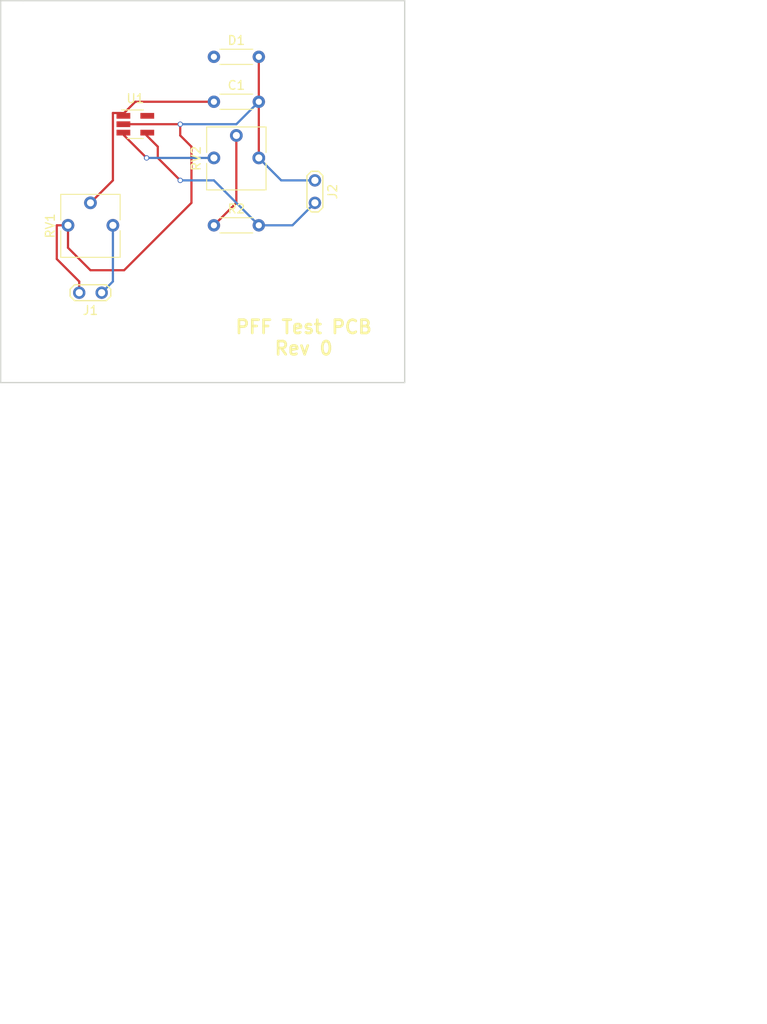
<source format=kicad_pcb>
(kicad_pcb (version 4) (host pcbnew 4.0.6)

  (general
    (links 13)
    (no_connects 0)
    (area 130.734999 78.664999 176.605001 121.995001)
    (thickness 1.6)
    (drawings 9)
    (tracks 43)
    (zones 0)
    (modules 8)
    (nets 9)
  )

  (page A4)
  (layers
    (0 F.Cu signal)
    (31 B.Cu signal)
    (32 B.Adhes user)
    (33 F.Adhes user)
    (34 B.Paste user)
    (35 F.Paste user)
    (36 B.SilkS user)
    (37 F.SilkS user)
    (38 B.Mask user)
    (39 F.Mask user)
    (40 Dwgs.User user)
    (41 Cmts.User user)
    (42 Eco1.User user)
    (43 Eco2.User user)
    (44 Edge.Cuts user)
    (45 Margin user)
    (46 B.CrtYd user)
    (47 F.CrtYd user)
    (48 B.Fab user)
    (49 F.Fab user)
  )

  (setup
    (last_trace_width 0.25)
    (trace_clearance 0.2)
    (zone_clearance 0.508)
    (zone_45_only no)
    (trace_min 0.2)
    (segment_width 0.2)
    (edge_width 0.15)
    (via_size 0.6)
    (via_drill 0.4)
    (via_min_size 0.4)
    (via_min_drill 0.3)
    (uvia_size 0.3)
    (uvia_drill 0.1)
    (uvias_allowed no)
    (uvia_min_size 0.2)
    (uvia_min_drill 0.1)
    (pcb_text_width 0.3)
    (pcb_text_size 1.5 1.5)
    (mod_edge_width 0.15)
    (mod_text_size 1 1)
    (mod_text_width 0.15)
    (pad_size 1.524 1.524)
    (pad_drill 0.762)
    (pad_to_mask_clearance 0.2)
    (aux_axis_origin 0 0)
    (visible_elements FFFFFF7F)
    (pcbplotparams
      (layerselection 0x00030_80000001)
      (usegerberextensions false)
      (excludeedgelayer true)
      (linewidth 0.100000)
      (plotframeref false)
      (viasonmask false)
      (mode 1)
      (useauxorigin false)
      (hpglpennumber 1)
      (hpglpenspeed 20)
      (hpglpendiameter 15)
      (hpglpenoverlay 2)
      (psnegative false)
      (psa4output false)
      (plotreference true)
      (plotvalue true)
      (plotinvisibletext false)
      (padsonsilk false)
      (subtractmaskfromsilk false)
      (outputformat 1)
      (mirror false)
      (drillshape 1)
      (scaleselection 1)
      (outputdirectory ""))
  )

  (net 0 "")
  (net 1 "Net-(C1-Pad1)")
  (net 2 GND)
  (net 3 "Net-(D1-Pad1)")
  (net 4 "Net-(R2-Pad1)")
  (net 5 Input)
  (net 6 "Net-(RV2-Pad3)")
  (net 7 +5V)
  (net 8 /VOUT)

  (net_class Default "This is the default net class."
    (clearance 0.2)
    (trace_width 0.25)
    (via_dia 0.6)
    (via_drill 0.4)
    (uvia_dia 0.3)
    (uvia_drill 0.1)
    (add_net +5V)
    (add_net /VOUT)
    (add_net GND)
    (add_net Input)
    (add_net "Net-(C1-Pad1)")
    (add_net "Net-(D1-Pad1)")
    (add_net "Net-(R2-Pad1)")
    (add_net "Net-(RV2-Pad3)")
  )

  (module Resistors_THT:R_Axial_DIN0204_L3.6mm_D1.6mm_P5.08mm_Horizontal (layer F.Cu) (tedit 5874F706) (tstamp 58DB36AF)
    (at 154.94 90.17)
    (descr "Resistor, Axial_DIN0204 series, Axial, Horizontal, pin pitch=5.08mm, 0.16666666666666666W = 1/6W, length*diameter=3.6*1.6mm^2, http://cdn-reichelt.de/documents/datenblatt/B400/1_4W%23YAG.pdf")
    (tags "Resistor Axial_DIN0204 series Axial Horizontal pin pitch 5.08mm 0.16666666666666666W = 1/6W length 3.6mm diameter 1.6mm")
    (path /58DB394C)
    (fp_text reference C1 (at 2.54 -1.86) (layer F.SilkS)
      (effects (font (size 1 1) (thickness 0.15)))
    )
    (fp_text value 0.1uF (at 2.54 1.86) (layer F.Fab)
      (effects (font (size 1 1) (thickness 0.15)))
    )
    (fp_line (start 0.74 -0.8) (end 0.74 0.8) (layer F.Fab) (width 0.1))
    (fp_line (start 0.74 0.8) (end 4.34 0.8) (layer F.Fab) (width 0.1))
    (fp_line (start 4.34 0.8) (end 4.34 -0.8) (layer F.Fab) (width 0.1))
    (fp_line (start 4.34 -0.8) (end 0.74 -0.8) (layer F.Fab) (width 0.1))
    (fp_line (start 0 0) (end 0.74 0) (layer F.Fab) (width 0.1))
    (fp_line (start 5.08 0) (end 4.34 0) (layer F.Fab) (width 0.1))
    (fp_line (start 0.68 -0.86) (end 4.4 -0.86) (layer F.SilkS) (width 0.12))
    (fp_line (start 0.68 0.86) (end 4.4 0.86) (layer F.SilkS) (width 0.12))
    (fp_line (start -0.95 -1.15) (end -0.95 1.15) (layer F.CrtYd) (width 0.05))
    (fp_line (start -0.95 1.15) (end 6.05 1.15) (layer F.CrtYd) (width 0.05))
    (fp_line (start 6.05 1.15) (end 6.05 -1.15) (layer F.CrtYd) (width 0.05))
    (fp_line (start 6.05 -1.15) (end -0.95 -1.15) (layer F.CrtYd) (width 0.05))
    (pad 1 thru_hole circle (at 0 0) (size 1.4 1.4) (drill 0.7) (layers *.Cu *.Mask)
      (net 1 "Net-(C1-Pad1)"))
    (pad 2 thru_hole oval (at 5.08 0) (size 1.4 1.4) (drill 0.7) (layers *.Cu *.Mask)
      (net 2 GND))
    (model Resistors_THT.3dshapes/R_Axial_DIN0204_L3.6mm_D1.6mm_P5.08mm_Horizontal.wrl
      (at (xyz 0 0 0))
      (scale (xyz 0.393701 0.393701 0.393701))
      (rotate (xyz 0 0 0))
    )
  )

  (module Resistors_THT:R_Axial_DIN0204_L3.6mm_D1.6mm_P5.08mm_Horizontal (layer F.Cu) (tedit 5874F706) (tstamp 58DB36C1)
    (at 154.94 85.09)
    (descr "Resistor, Axial_DIN0204 series, Axial, Horizontal, pin pitch=5.08mm, 0.16666666666666666W = 1/6W, length*diameter=3.6*1.6mm^2, http://cdn-reichelt.de/documents/datenblatt/B400/1_4W%23YAG.pdf")
    (tags "Resistor Axial_DIN0204 series Axial Horizontal pin pitch 5.08mm 0.16666666666666666W = 1/6W length 3.6mm diameter 1.6mm")
    (path /58DB138D)
    (fp_text reference D1 (at 2.54 -1.86) (layer F.SilkS)
      (effects (font (size 1 1) (thickness 0.15)))
    )
    (fp_text value 2.1V (at 2.54 1.86) (layer F.Fab)
      (effects (font (size 1 1) (thickness 0.15)))
    )
    (fp_line (start 0.74 -0.8) (end 0.74 0.8) (layer F.Fab) (width 0.1))
    (fp_line (start 0.74 0.8) (end 4.34 0.8) (layer F.Fab) (width 0.1))
    (fp_line (start 4.34 0.8) (end 4.34 -0.8) (layer F.Fab) (width 0.1))
    (fp_line (start 4.34 -0.8) (end 0.74 -0.8) (layer F.Fab) (width 0.1))
    (fp_line (start 0 0) (end 0.74 0) (layer F.Fab) (width 0.1))
    (fp_line (start 5.08 0) (end 4.34 0) (layer F.Fab) (width 0.1))
    (fp_line (start 0.68 -0.86) (end 4.4 -0.86) (layer F.SilkS) (width 0.12))
    (fp_line (start 0.68 0.86) (end 4.4 0.86) (layer F.SilkS) (width 0.12))
    (fp_line (start -0.95 -1.15) (end -0.95 1.15) (layer F.CrtYd) (width 0.05))
    (fp_line (start -0.95 1.15) (end 6.05 1.15) (layer F.CrtYd) (width 0.05))
    (fp_line (start 6.05 1.15) (end 6.05 -1.15) (layer F.CrtYd) (width 0.05))
    (fp_line (start 6.05 -1.15) (end -0.95 -1.15) (layer F.CrtYd) (width 0.05))
    (pad 1 thru_hole circle (at 0 0) (size 1.4 1.4) (drill 0.7) (layers *.Cu *.Mask)
      (net 3 "Net-(D1-Pad1)"))
    (pad 2 thru_hole oval (at 5.08 0) (size 1.4 1.4) (drill 0.7) (layers *.Cu *.Mask)
      (net 2 GND))
    (model Resistors_THT.3dshapes/R_Axial_DIN0204_L3.6mm_D1.6mm_P5.08mm_Horizontal.wrl
      (at (xyz 0 0 0))
      (scale (xyz 0.393701 0.393701 0.393701))
      (rotate (xyz 0 0 0))
    )
  )

  (module Resistors_THT:R_Axial_DIN0204_L3.6mm_D1.6mm_P5.08mm_Horizontal (layer F.Cu) (tedit 5874F706) (tstamp 58DB36D3)
    (at 154.94 104.14)
    (descr "Resistor, Axial_DIN0204 series, Axial, Horizontal, pin pitch=5.08mm, 0.16666666666666666W = 1/6W, length*diameter=3.6*1.6mm^2, http://cdn-reichelt.de/documents/datenblatt/B400/1_4W%23YAG.pdf")
    (tags "Resistor Axial_DIN0204 series Axial Horizontal pin pitch 5.08mm 0.16666666666666666W = 1/6W length 3.6mm diameter 1.6mm")
    (path /58DB15D3)
    (fp_text reference R2 (at 2.54 -1.86) (layer F.SilkS)
      (effects (font (size 1 1) (thickness 0.15)))
    )
    (fp_text value 15k (at 2.54 1.86) (layer F.Fab)
      (effects (font (size 1 1) (thickness 0.15)))
    )
    (fp_line (start 0.74 -0.8) (end 0.74 0.8) (layer F.Fab) (width 0.1))
    (fp_line (start 0.74 0.8) (end 4.34 0.8) (layer F.Fab) (width 0.1))
    (fp_line (start 4.34 0.8) (end 4.34 -0.8) (layer F.Fab) (width 0.1))
    (fp_line (start 4.34 -0.8) (end 0.74 -0.8) (layer F.Fab) (width 0.1))
    (fp_line (start 0 0) (end 0.74 0) (layer F.Fab) (width 0.1))
    (fp_line (start 5.08 0) (end 4.34 0) (layer F.Fab) (width 0.1))
    (fp_line (start 0.68 -0.86) (end 4.4 -0.86) (layer F.SilkS) (width 0.12))
    (fp_line (start 0.68 0.86) (end 4.4 0.86) (layer F.SilkS) (width 0.12))
    (fp_line (start -0.95 -1.15) (end -0.95 1.15) (layer F.CrtYd) (width 0.05))
    (fp_line (start -0.95 1.15) (end 6.05 1.15) (layer F.CrtYd) (width 0.05))
    (fp_line (start 6.05 1.15) (end 6.05 -1.15) (layer F.CrtYd) (width 0.05))
    (fp_line (start 6.05 -1.15) (end -0.95 -1.15) (layer F.CrtYd) (width 0.05))
    (pad 1 thru_hole circle (at 0 0) (size 1.4 1.4) (drill 0.7) (layers *.Cu *.Mask)
      (net 4 "Net-(R2-Pad1)"))
    (pad 2 thru_hole oval (at 5.08 0) (size 1.4 1.4) (drill 0.7) (layers *.Cu *.Mask)
      (net 8 /VOUT))
    (model Resistors_THT.3dshapes/R_Axial_DIN0204_L3.6mm_D1.6mm_P5.08mm_Horizontal.wrl
      (at (xyz 0 0 0))
      (scale (xyz 0.393701 0.393701 0.393701))
      (rotate (xyz 0 0 0))
    )
  )

  (module Potentiometers:Potentiometer_Trimmer_Vishay_T73YP_Horizontal (layer F.Cu) (tedit 58826B09) (tstamp 58DB36F6)
    (at 143.51 104.14 90)
    (descr "Potentiometer, horizontally mounted, Omeg PC16PU, Omeg PC16PU, Omeg PC16PU, Vishay/Spectrol 248GJ/249GJ Single, Vishay/Spectrol 248GJ/249GJ Single, Vishay/Spectrol 248GJ/249GJ Single, Vishay/Spectrol 248GH/249GH Single, Vishay/Spectrol 148/149 Single, Vishay/Spectrol 148/149 Single, Vishay/Spectrol 148/149 Single, Vishay/Spectrol 148A/149A Single with mounting plates, Vishay/Spectrol 148/149 Double, Vishay/Spectrol 148A/149A Double with mounting plates, Piher PC-16 Single, Piher PC-16 Single, Piher PC-16 Single, Piher PC-16SV Single, Piher PC-16 Double, Piher PC-16 Triple, Piher T16H Single, Piher T16L Single, Piher T16H Double, Alps RK163 Single, Alps RK163 Double, Alps RK097 Single, Alps RK097 Double, Bourns PTV09A-2 Single with mounting sleve Single, Bourns PTV09A-1 with mounting sleve Single, Bourns PRS11S Single, Alps RK09K Single with mounting sleve Single, Alps RK09K with mounting sleve Single, Alps RK09L Single, Alps RK09L Single, Alps RK09L Double, Alps RK09L Double, Alps RK09Y Single, Bourns 3339S Single, Bourns 3339S Single, Bourns 3339P Single, Bourns 3339H Single, Vishay T7YA Single, Suntan TSR-3386H Single, Suntan TSR-3386H Single, Suntan TSR-3386P Single, Vishay T73XX Single, Vishay T73XX Single, Vishay T73YP Single, http://www.vishay.com/docs/51016/t73.pdf")
    (tags "Potentiometer horizontal  Omeg PC16PU  Omeg PC16PU  Omeg PC16PU  Vishay/Spectrol 248GJ/249GJ Single  Vishay/Spectrol 248GJ/249GJ Single  Vishay/Spectrol 248GJ/249GJ Single  Vishay/Spectrol 248GH/249GH Single  Vishay/Spectrol 148/149 Single  Vishay/Spectrol 148/149 Single  Vishay/Spectrol 148/149 Single  Vishay/Spectrol 148A/149A Single with mounting plates  Vishay/Spectrol 148/149 Double  Vishay/Spectrol 148A/149A Double with mounting plates  Piher PC-16 Single  Piher PC-16 Single  Piher PC-16 Single  Piher PC-16SV Single  Piher PC-16 Double  Piher PC-16 Triple  Piher T16H Single  Piher T16L Single  Piher T16H Double  Alps RK163 Single  Alps RK163 Double  Alps RK097 Single  Alps RK097 Double  Bourns PTV09A-2 Single with mounting sleve Single  Bourns PTV09A-1 with mounting sleve Single  Bourns PRS11S Single  Alps RK09K Single with mounting sleve Single  Alps RK09K with mounting sleve Single  Alps RK09L Single  Alps RK09L Single  Alps RK09L Double  Alps RK09L Double  Alps RK09Y Single  Bourns 3339S Single  Bourns 3339S Single  Bourns 3339P Single  Bourns 3339H Single  Vishay T7YA Single  Suntan TSR-3386H Single  Suntan TSR-3386H Single  Suntan TSR-3386P Single  Vishay T73XX Single  Vishay T73XX Single  Vishay T73YP Single")
    (path /58DB159A)
    (fp_text reference RV1 (at -0.06 -7.09 90) (layer F.SilkS)
      (effects (font (size 1 1) (thickness 0.15)))
    )
    (fp_text value POT (at -0.06 2.01 90) (layer F.Fab)
      (effects (font (size 1 1) (thickness 0.15)))
    )
    (fp_circle (center 0.24 -2.54) (end 1.74 -2.54) (layer F.Fab) (width 0.1))
    (fp_circle (center 0.24 -2.54) (end 1.74 -2.54) (layer F.Fab) (width 0.1))
    (fp_line (start -3.56 -5.84) (end -3.56 0.76) (layer F.Fab) (width 0.1))
    (fp_line (start -3.56 0.76) (end 3.44 0.76) (layer F.Fab) (width 0.1))
    (fp_line (start 3.44 0.76) (end 3.44 -5.84) (layer F.Fab) (width 0.1))
    (fp_line (start 3.44 -5.84) (end -3.56 -5.84) (layer F.Fab) (width 0.1))
    (fp_line (start -0.961 -2.616) (end 0.164 -2.616) (layer F.Fab) (width 0.1))
    (fp_line (start 0.164 -2.616) (end 0.164 -3.741) (layer F.Fab) (width 0.1))
    (fp_line (start 0.164 -3.741) (end 0.316 -3.741) (layer F.Fab) (width 0.1))
    (fp_line (start 0.316 -3.741) (end 0.316 -2.616) (layer F.Fab) (width 0.1))
    (fp_line (start 0.316 -2.616) (end 1.441 -2.616) (layer F.Fab) (width 0.1))
    (fp_line (start 1.441 -2.616) (end 1.441 -2.464) (layer F.Fab) (width 0.1))
    (fp_line (start 1.441 -2.464) (end 0.316 -2.464) (layer F.Fab) (width 0.1))
    (fp_line (start 0.316 -2.464) (end 0.316 -1.339) (layer F.Fab) (width 0.1))
    (fp_line (start 0.316 -1.339) (end 0.164 -1.339) (layer F.Fab) (width 0.1))
    (fp_line (start 0.164 -1.339) (end 0.164 -2.464) (layer F.Fab) (width 0.1))
    (fp_line (start 0.164 -2.464) (end -0.961 -2.464) (layer F.Fab) (width 0.1))
    (fp_line (start -0.961 -2.464) (end -0.961 -2.616) (layer F.Fab) (width 0.1))
    (fp_line (start -3.62 -5.9) (end -0.611 -5.9) (layer F.SilkS) (width 0.12))
    (fp_line (start 0.611 -5.9) (end 3.5 -5.9) (layer F.SilkS) (width 0.12))
    (fp_line (start -3.62 0.82) (end -0.611 0.82) (layer F.SilkS) (width 0.12))
    (fp_line (start 0.611 0.82) (end 3.5 0.82) (layer F.SilkS) (width 0.12))
    (fp_line (start -3.62 -5.9) (end -3.62 0.82) (layer F.SilkS) (width 0.12))
    (fp_line (start 3.5 -5.9) (end 3.5 0.82) (layer F.SilkS) (width 0.12))
    (fp_line (start -3.85 -6.1) (end -3.85 1.05) (layer F.CrtYd) (width 0.05))
    (fp_line (start -3.85 1.05) (end 3.7 1.05) (layer F.CrtYd) (width 0.05))
    (fp_line (start 3.7 1.05) (end 3.7 -6.1) (layer F.CrtYd) (width 0.05))
    (fp_line (start 3.7 -6.1) (end -3.85 -6.1) (layer F.CrtYd) (width 0.05))
    (pad 3 thru_hole circle (at 0 -5.08 90) (size 1.44 1.44) (drill 0.8) (layers *.Cu *.Mask)
      (net 2 GND))
    (pad 2 thru_hole circle (at 2.54 -2.54 90) (size 1.44 1.44) (drill 0.8) (layers *.Cu *.Mask)
      (net 1 "Net-(C1-Pad1)"))
    (pad 1 thru_hole circle (at 0 0 90) (size 1.44 1.44) (drill 0.8) (layers *.Cu *.Mask)
      (net 5 Input))
    (model Potentiometers.3dshapes/Potentiometer_Trimmer_Vishay_T73YP_Horizontal.wrl
      (at (xyz 0 0 0))
      (scale (xyz 0.393701 0.393701 0.393701))
      (rotate (xyz 0 0 0))
    )
  )

  (module Potentiometers:Potentiometer_Trimmer_Vishay_T73YP_Horizontal (layer F.Cu) (tedit 58826B09) (tstamp 58DB3719)
    (at 160.02 96.52 90)
    (descr "Potentiometer, horizontally mounted, Omeg PC16PU, Omeg PC16PU, Omeg PC16PU, Vishay/Spectrol 248GJ/249GJ Single, Vishay/Spectrol 248GJ/249GJ Single, Vishay/Spectrol 248GJ/249GJ Single, Vishay/Spectrol 248GH/249GH Single, Vishay/Spectrol 148/149 Single, Vishay/Spectrol 148/149 Single, Vishay/Spectrol 148/149 Single, Vishay/Spectrol 148A/149A Single with mounting plates, Vishay/Spectrol 148/149 Double, Vishay/Spectrol 148A/149A Double with mounting plates, Piher PC-16 Single, Piher PC-16 Single, Piher PC-16 Single, Piher PC-16SV Single, Piher PC-16 Double, Piher PC-16 Triple, Piher T16H Single, Piher T16L Single, Piher T16H Double, Alps RK163 Single, Alps RK163 Double, Alps RK097 Single, Alps RK097 Double, Bourns PTV09A-2 Single with mounting sleve Single, Bourns PTV09A-1 with mounting sleve Single, Bourns PRS11S Single, Alps RK09K Single with mounting sleve Single, Alps RK09K with mounting sleve Single, Alps RK09L Single, Alps RK09L Single, Alps RK09L Double, Alps RK09L Double, Alps RK09Y Single, Bourns 3339S Single, Bourns 3339S Single, Bourns 3339P Single, Bourns 3339H Single, Vishay T7YA Single, Suntan TSR-3386H Single, Suntan TSR-3386H Single, Suntan TSR-3386P Single, Vishay T73XX Single, Vishay T73XX Single, Vishay T73YP Single, http://www.vishay.com/docs/51016/t73.pdf")
    (tags "Potentiometer horizontal  Omeg PC16PU  Omeg PC16PU  Omeg PC16PU  Vishay/Spectrol 248GJ/249GJ Single  Vishay/Spectrol 248GJ/249GJ Single  Vishay/Spectrol 248GJ/249GJ Single  Vishay/Spectrol 248GH/249GH Single  Vishay/Spectrol 148/149 Single  Vishay/Spectrol 148/149 Single  Vishay/Spectrol 148/149 Single  Vishay/Spectrol 148A/149A Single with mounting plates  Vishay/Spectrol 148/149 Double  Vishay/Spectrol 148A/149A Double with mounting plates  Piher PC-16 Single  Piher PC-16 Single  Piher PC-16 Single  Piher PC-16SV Single  Piher PC-16 Double  Piher PC-16 Triple  Piher T16H Single  Piher T16L Single  Piher T16H Double  Alps RK163 Single  Alps RK163 Double  Alps RK097 Single  Alps RK097 Double  Bourns PTV09A-2 Single with mounting sleve Single  Bourns PTV09A-1 with mounting sleve Single  Bourns PRS11S Single  Alps RK09K Single with mounting sleve Single  Alps RK09K with mounting sleve Single  Alps RK09L Single  Alps RK09L Single  Alps RK09L Double  Alps RK09L Double  Alps RK09Y Single  Bourns 3339S Single  Bourns 3339S Single  Bourns 3339P Single  Bourns 3339H Single  Vishay T7YA Single  Suntan TSR-3386H Single  Suntan TSR-3386H Single  Suntan TSR-3386P Single  Vishay T73XX Single  Vishay T73XX Single  Vishay T73YP Single")
    (path /58DB2311)
    (fp_text reference RV2 (at -0.06 -7.09 90) (layer F.SilkS)
      (effects (font (size 1 1) (thickness 0.15)))
    )
    (fp_text value POT (at -0.06 2.01 90) (layer F.Fab)
      (effects (font (size 1 1) (thickness 0.15)))
    )
    (fp_circle (center 0.24 -2.54) (end 1.74 -2.54) (layer F.Fab) (width 0.1))
    (fp_circle (center 0.24 -2.54) (end 1.74 -2.54) (layer F.Fab) (width 0.1))
    (fp_line (start -3.56 -5.84) (end -3.56 0.76) (layer F.Fab) (width 0.1))
    (fp_line (start -3.56 0.76) (end 3.44 0.76) (layer F.Fab) (width 0.1))
    (fp_line (start 3.44 0.76) (end 3.44 -5.84) (layer F.Fab) (width 0.1))
    (fp_line (start 3.44 -5.84) (end -3.56 -5.84) (layer F.Fab) (width 0.1))
    (fp_line (start -0.961 -2.616) (end 0.164 -2.616) (layer F.Fab) (width 0.1))
    (fp_line (start 0.164 -2.616) (end 0.164 -3.741) (layer F.Fab) (width 0.1))
    (fp_line (start 0.164 -3.741) (end 0.316 -3.741) (layer F.Fab) (width 0.1))
    (fp_line (start 0.316 -3.741) (end 0.316 -2.616) (layer F.Fab) (width 0.1))
    (fp_line (start 0.316 -2.616) (end 1.441 -2.616) (layer F.Fab) (width 0.1))
    (fp_line (start 1.441 -2.616) (end 1.441 -2.464) (layer F.Fab) (width 0.1))
    (fp_line (start 1.441 -2.464) (end 0.316 -2.464) (layer F.Fab) (width 0.1))
    (fp_line (start 0.316 -2.464) (end 0.316 -1.339) (layer F.Fab) (width 0.1))
    (fp_line (start 0.316 -1.339) (end 0.164 -1.339) (layer F.Fab) (width 0.1))
    (fp_line (start 0.164 -1.339) (end 0.164 -2.464) (layer F.Fab) (width 0.1))
    (fp_line (start 0.164 -2.464) (end -0.961 -2.464) (layer F.Fab) (width 0.1))
    (fp_line (start -0.961 -2.464) (end -0.961 -2.616) (layer F.Fab) (width 0.1))
    (fp_line (start -3.62 -5.9) (end -0.611 -5.9) (layer F.SilkS) (width 0.12))
    (fp_line (start 0.611 -5.9) (end 3.5 -5.9) (layer F.SilkS) (width 0.12))
    (fp_line (start -3.62 0.82) (end -0.611 0.82) (layer F.SilkS) (width 0.12))
    (fp_line (start 0.611 0.82) (end 3.5 0.82) (layer F.SilkS) (width 0.12))
    (fp_line (start -3.62 -5.9) (end -3.62 0.82) (layer F.SilkS) (width 0.12))
    (fp_line (start 3.5 -5.9) (end 3.5 0.82) (layer F.SilkS) (width 0.12))
    (fp_line (start -3.85 -6.1) (end -3.85 1.05) (layer F.CrtYd) (width 0.05))
    (fp_line (start -3.85 1.05) (end 3.7 1.05) (layer F.CrtYd) (width 0.05))
    (fp_line (start 3.7 1.05) (end 3.7 -6.1) (layer F.CrtYd) (width 0.05))
    (fp_line (start 3.7 -6.1) (end -3.85 -6.1) (layer F.CrtYd) (width 0.05))
    (pad 3 thru_hole circle (at 0 -5.08 90) (size 1.44 1.44) (drill 0.8) (layers *.Cu *.Mask)
      (net 6 "Net-(RV2-Pad3)"))
    (pad 2 thru_hole circle (at 2.54 -2.54 90) (size 1.44 1.44) (drill 0.8) (layers *.Cu *.Mask)
      (net 4 "Net-(R2-Pad1)"))
    (pad 1 thru_hole circle (at 0 0 90) (size 1.44 1.44) (drill 0.8) (layers *.Cu *.Mask)
      (net 2 GND))
    (model Potentiometers.3dshapes/Potentiometer_Trimmer_Vishay_T73YP_Horizontal.wrl
      (at (xyz 0 0 0))
      (scale (xyz 0.393701 0.393701 0.393701))
      (rotate (xyz 0 0 0))
    )
  )

  (module TO_SOT_Packages_SMD:SOT-23-5_HandSoldering (layer F.Cu) (tedit 58CE4E7E) (tstamp 58DB372E)
    (at 146.05 92.71)
    (descr "5-pin SOT23 package")
    (tags "SOT-23-5 hand-soldering")
    (path /58DB161C)
    (attr smd)
    (fp_text reference U1 (at 0 -2.9) (layer F.SilkS)
      (effects (font (size 1 1) (thickness 0.15)))
    )
    (fp_text value LM321 (at 0 2.9) (layer F.Fab)
      (effects (font (size 1 1) (thickness 0.15)))
    )
    (fp_text user %R (at 0 0) (layer F.Fab)
      (effects (font (size 0.5 0.5) (thickness 0.075)))
    )
    (fp_line (start -0.9 1.61) (end 0.9 1.61) (layer F.SilkS) (width 0.12))
    (fp_line (start 0.9 -1.61) (end -1.55 -1.61) (layer F.SilkS) (width 0.12))
    (fp_line (start -0.9 -0.9) (end -0.25 -1.55) (layer F.Fab) (width 0.1))
    (fp_line (start 0.9 -1.55) (end -0.25 -1.55) (layer F.Fab) (width 0.1))
    (fp_line (start -0.9 -0.9) (end -0.9 1.55) (layer F.Fab) (width 0.1))
    (fp_line (start 0.9 1.55) (end -0.9 1.55) (layer F.Fab) (width 0.1))
    (fp_line (start 0.9 -1.55) (end 0.9 1.55) (layer F.Fab) (width 0.1))
    (fp_line (start -2.38 -1.8) (end 2.38 -1.8) (layer F.CrtYd) (width 0.05))
    (fp_line (start -2.38 -1.8) (end -2.38 1.8) (layer F.CrtYd) (width 0.05))
    (fp_line (start 2.38 1.8) (end 2.38 -1.8) (layer F.CrtYd) (width 0.05))
    (fp_line (start 2.38 1.8) (end -2.38 1.8) (layer F.CrtYd) (width 0.05))
    (pad 1 smd rect (at -1.35 -0.95) (size 1.56 0.65) (layers F.Cu F.Paste F.Mask)
      (net 1 "Net-(C1-Pad1)"))
    (pad 2 smd rect (at -1.35 0) (size 1.56 0.65) (layers F.Cu F.Paste F.Mask)
      (net 2 GND))
    (pad 3 smd rect (at -1.35 0.95) (size 1.56 0.65) (layers F.Cu F.Paste F.Mask)
      (net 6 "Net-(RV2-Pad3)"))
    (pad 4 smd rect (at 1.35 0.95) (size 1.56 0.65) (layers F.Cu F.Paste F.Mask)
      (net 8 /VOUT))
    (pad 5 smd rect (at 1.35 -0.95) (size 1.56 0.65) (layers F.Cu F.Paste F.Mask)
      (net 7 +5V))
    (model ${KISYS3DMOD}/TO_SOT_Packages_SMD.3dshapes\SOT-23-5.wrl
      (at (xyz 0 0 0))
      (scale (xyz 1 1 1))
      (rotate (xyz 0 0 0))
    )
  )

  (module Measurement_Points:Test_Point_2Pads (layer F.Cu) (tedit 58DB41D3) (tstamp 58DB41E2)
    (at 142.24 111.76 180)
    (descr "Connecteurs 2 pins")
    (tags "CONN DEV")
    (path /58DB6987)
    (attr virtual)
    (fp_text reference J1 (at 1.27 -2 180) (layer F.SilkS)
      (effects (font (size 1 1) (thickness 0.15)))
    )
    (fp_text value "INPUT HEADER" (at 1.27 2 180) (layer F.Fab)
      (effects (font (size 1 1) (thickness 0.15)))
    )
    (fp_line (start -0.65 1.15) (end 3.15 1.15) (layer F.CrtYd) (width 0.05))
    (fp_line (start 3.15 1.15) (end 3.8 0.5) (layer F.CrtYd) (width 0.05))
    (fp_line (start 3.8 0.5) (end 3.8 -0.5) (layer F.CrtYd) (width 0.05))
    (fp_line (start 3.8 -0.5) (end 3.15 -1.15) (layer F.CrtYd) (width 0.05))
    (fp_line (start 3.15 -1.15) (end -0.65 -1.15) (layer F.CrtYd) (width 0.05))
    (fp_line (start -0.65 -1.15) (end -1.3 -0.5) (layer F.CrtYd) (width 0.05))
    (fp_line (start -1.3 -0.5) (end -1.3 0.5) (layer F.CrtYd) (width 0.05))
    (fp_line (start -1.3 0.5) (end -0.65 1.15) (layer F.CrtYd) (width 0.05))
    (fp_line (start -0.53 -0.9) (end 3.07 -0.9) (layer F.SilkS) (width 0.15))
    (fp_line (start 3.07 -0.9) (end 3.57 -0.4) (layer F.SilkS) (width 0.15))
    (fp_line (start 3.57 -0.4) (end 3.57 0.4) (layer F.SilkS) (width 0.15))
    (fp_line (start 3.57 0.4) (end 3.07 0.9) (layer F.SilkS) (width 0.15))
    (fp_line (start 3.07 0.9) (end -0.53 0.9) (layer F.SilkS) (width 0.15))
    (fp_line (start -0.53 0.9) (end -1.03 0.4) (layer F.SilkS) (width 0.15))
    (fp_line (start -1.03 0.4) (end -1.03 -0.4) (layer F.SilkS) (width 0.15))
    (fp_line (start -1.03 -0.4) (end -0.53 -0.9) (layer F.SilkS) (width 0.15))
    (pad 1 thru_hole circle (at 0 0 180) (size 1.4 1.4) (drill 0.8128) (layers *.Cu *.Mask)
      (net 5 Input))
    (pad 2 thru_hole circle (at 2.54 0 180) (size 1.4 1.4) (drill 0.8128) (layers *.Cu *.Mask)
      (net 2 GND))
  )

  (module Measurement_Points:Test_Point_2Pads (layer F.Cu) (tedit 58DB41F0) (tstamp 58DB41F8)
    (at 166.37 99.06 270)
    (descr "Connecteurs 2 pins")
    (tags "CONN DEV")
    (path /58DB69C8)
    (attr virtual)
    (fp_text reference J2 (at 1.27 -2 270) (layer F.SilkS)
      (effects (font (size 1 1) (thickness 0.15)))
    )
    (fp_text value "OUTPUT HEADER" (at 1.27 2 270) (layer F.Fab)
      (effects (font (size 1 1) (thickness 0.15)))
    )
    (fp_line (start -0.65 1.15) (end 3.15 1.15) (layer F.CrtYd) (width 0.05))
    (fp_line (start 3.15 1.15) (end 3.8 0.5) (layer F.CrtYd) (width 0.05))
    (fp_line (start 3.8 0.5) (end 3.8 -0.5) (layer F.CrtYd) (width 0.05))
    (fp_line (start 3.8 -0.5) (end 3.15 -1.15) (layer F.CrtYd) (width 0.05))
    (fp_line (start 3.15 -1.15) (end -0.65 -1.15) (layer F.CrtYd) (width 0.05))
    (fp_line (start -0.65 -1.15) (end -1.3 -0.5) (layer F.CrtYd) (width 0.05))
    (fp_line (start -1.3 -0.5) (end -1.3 0.5) (layer F.CrtYd) (width 0.05))
    (fp_line (start -1.3 0.5) (end -0.65 1.15) (layer F.CrtYd) (width 0.05))
    (fp_line (start -0.53 -0.9) (end 3.07 -0.9) (layer F.SilkS) (width 0.15))
    (fp_line (start 3.07 -0.9) (end 3.57 -0.4) (layer F.SilkS) (width 0.15))
    (fp_line (start 3.57 -0.4) (end 3.57 0.4) (layer F.SilkS) (width 0.15))
    (fp_line (start 3.57 0.4) (end 3.07 0.9) (layer F.SilkS) (width 0.15))
    (fp_line (start 3.07 0.9) (end -0.53 0.9) (layer F.SilkS) (width 0.15))
    (fp_line (start -0.53 0.9) (end -1.03 0.4) (layer F.SilkS) (width 0.15))
    (fp_line (start -1.03 0.4) (end -1.03 -0.4) (layer F.SilkS) (width 0.15))
    (fp_line (start -1.03 -0.4) (end -0.53 -0.9) (layer F.SilkS) (width 0.15))
    (pad 1 thru_hole circle (at 0 0 270) (size 1.4 1.4) (drill 0.8128) (layers *.Cu *.Mask)
      (net 2 GND))
    (pad 2 thru_hole circle (at 2.54 0 270) (size 1.4 1.4) (drill 0.8128) (layers *.Cu *.Mask)
      (net 8 /VOUT))
  )

  (gr_text 3/28/17 (at 212.09 193.04) (layer B.Fab)
    (effects (font (size 1.5 1.5) (thickness 0.3)))
  )
  (gr_text 0 (at 208.28 193.04) (layer B.Fab)
    (effects (font (size 1.5 1.5) (thickness 0.3)))
  )
  (gr_text "PFF Test PCB" (at 194.31 189.23) (layer B.Fab)
    (effects (font (size 1.5 1.5) (thickness 0.3)))
  )
  (gr_text "PFF Test PCB\nRev 0" (at 165.1 116.84) (layer F.SilkS)
    (effects (font (size 1.5 1.5) (thickness 0.3)))
  )
  (gr_line (start 130.81 78.74) (end 133.35 78.74) (angle 90) (layer Edge.Cuts) (width 0.15))
  (gr_line (start 130.81 121.92) (end 130.81 78.74) (angle 90) (layer Edge.Cuts) (width 0.15))
  (gr_line (start 176.53 121.92) (end 130.81 121.92) (angle 90) (layer Edge.Cuts) (width 0.15))
  (gr_line (start 176.53 78.74) (end 176.53 121.92) (angle 90) (layer Edge.Cuts) (width 0.15))
  (gr_line (start 133.35 78.74) (end 176.53 78.74) (angle 90) (layer Edge.Cuts) (width 0.15))

  (segment (start 144.78 91.44) (end 144.7 91.76) (width 0.25) (layer F.Cu) (net 1) (tstamp 58DB40B8) (status 80000))
  (segment (start 143.51 91.44) (end 144.78 91.44) (width 0.25) (layer F.Cu) (net 1) (status 80000))
  (segment (start 143.51 99.06) (end 143.51 91.44) (width 0.25) (layer F.Cu) (net 1) (status 80000))
  (segment (start 140.97 101.6) (end 143.51 99.06) (width 0.25) (layer F.Cu) (net 1) (status 80000))
  (segment (start 146.05 90.17) (end 154.94 90.17) (width 0.25) (layer F.Cu) (net 1) (status 80000))
  (segment (start 144.78 91.44) (end 146.05 90.17) (width 0.25) (layer F.Cu) (net 1) (status 80000))
  (segment (start 144.7 91.76) (end 144.78 91.44) (width 0.25) (layer F.Cu) (net 1) (status 80000))
  (segment (start 160.02 96.52) (end 162.56 99.06) (width 0.25) (layer B.Cu) (net 2) (status 80000))
  (segment (start 162.56 99.06) (end 166.37 99.06) (width 0.25) (layer B.Cu) (net 2) (status 80000))
  (segment (start 138.43 104.14) (end 137.16 104.14) (width 0.25) (layer F.Cu) (net 2) (status 80000))
  (segment (start 137.16 104.14) (end 137.16 107.95) (width 0.25) (layer F.Cu) (net 2) (status 80000))
  (segment (start 137.16 107.95) (end 139.7 110.49) (width 0.25) (layer F.Cu) (net 2) (status 80000))
  (segment (start 139.7 110.49) (end 139.7 111.76) (width 0.25) (layer F.Cu) (net 2) (status 80000))
  (segment (start 138.43 104.14) (end 138.43 106.68) (width 0.25) (layer F.Cu) (net 2))
  (segment (start 151.13 93.98) (end 151.13 92.71) (width 0.25) (layer F.Cu) (net 2) (tstamp 58DB40CF))
  (segment (start 152.4 95.25) (end 151.13 93.98) (width 0.25) (layer F.Cu) (net 2) (tstamp 58DB40CE))
  (segment (start 152.4 101.6) (end 152.4 95.25) (width 0.25) (layer F.Cu) (net 2) (tstamp 58DB40CC))
  (segment (start 144.78 109.22) (end 152.4 101.6) (width 0.25) (layer F.Cu) (net 2) (tstamp 58DB40CA))
  (segment (start 140.97 109.22) (end 144.78 109.22) (width 0.25) (layer F.Cu) (net 2) (tstamp 58DB40C8))
  (segment (start 138.43 106.68) (end 140.97 109.22) (width 0.25) (layer F.Cu) (net 2) (tstamp 58DB40C6))
  (segment (start 151.13 92.71) (end 144.7 92.71) (width 0.25) (layer F.Cu) (net 2) (status 80000))
  (via (at 151.13 92.71) (size 0.6) (layers F.Cu B.Cu) (net 2) (status 80000))
  (segment (start 157.48 92.71) (end 151.13 92.71) (width 0.25) (layer B.Cu) (net 2) (status 80000))
  (segment (start 160.02 90.17) (end 157.48 92.71) (width 0.25) (layer B.Cu) (net 2) (status 80000))
  (segment (start 160.02 90.17) (end 160.02 96.52) (width 0.25) (layer F.Cu) (net 2) (status 80000))
  (segment (start 160.02 90.17) (end 160.02 85.09) (width 0.25) (layer F.Cu) (net 2) (status 80000))
  (segment (start 157.48 101.6) (end 157.48 93.98) (width 0.25) (layer F.Cu) (net 4) (status 80000))
  (segment (start 154.94 104.14) (end 157.48 101.6) (width 0.25) (layer F.Cu) (net 4) (status 80000))
  (segment (start 143.51 104.14) (end 143.51 110.49) (width 0.25) (layer B.Cu) (net 5) (status 80000))
  (segment (start 143.51 110.49) (end 142.24 111.76) (width 0.25) (layer B.Cu) (net 5) (status 80000))
  (segment (start 144.78 93.98) (end 144.7 93.66) (width 0.25) (layer F.Cu) (net 6) (tstamp 58DB40B7) (status 80000))
  (segment (start 147.32 96.52) (end 144.78 93.98) (width 0.25) (layer F.Cu) (net 6) (status 80000))
  (via (at 147.32 96.52) (size 0.6) (layers F.Cu B.Cu) (net 6) (status 80000))
  (segment (start 154.94 96.52) (end 147.32 96.52) (width 0.25) (layer B.Cu) (net 6) (status 80000))
  (segment (start 166.37 101.6) (end 163.83 104.14) (width 0.25) (layer B.Cu) (net 8) (status 80000))
  (segment (start 163.83 104.14) (end 160.02 104.14) (width 0.25) (layer B.Cu) (net 8) (status 80000))
  (segment (start 147.32 93.98) (end 147.4 93.66) (width 0.25) (layer F.Cu) (net 8) (tstamp 58DB40B9) (status 80000))
  (segment (start 148.59 95.25) (end 147.32 93.98) (width 0.25) (layer F.Cu) (net 8) (status 80000))
  (segment (start 148.59 96.52) (end 148.59 95.25) (width 0.25) (layer F.Cu) (net 8) (status 80000))
  (segment (start 151.13 99.06) (end 148.59 96.52) (width 0.25) (layer F.Cu) (net 8) (status 80000))
  (via (at 151.13 99.06) (size 0.6) (layers F.Cu B.Cu) (net 8) (status 80000))
  (segment (start 154.94 99.06) (end 151.13 99.06) (width 0.25) (layer B.Cu) (net 8) (status 80000))
  (segment (start 160.02 104.14) (end 154.94 99.06) (width 0.25) (layer B.Cu) (net 8) (status 80000))

)

</source>
